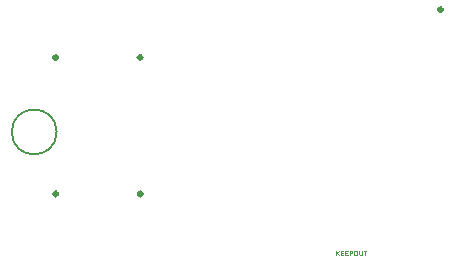
<source format=gbr>
%TF.GenerationSoftware,KiCad,Pcbnew,8.0.7*%
%TF.CreationDate,2024-12-17T15:38:31+01:00*%
%TF.ProjectId,CM5_MINIMA,434d355f-4d49-44e4-994d-412e6b696361,rev?*%
%TF.SameCoordinates,Original*%
%TF.FileFunction,Other,Comment*%
%FSLAX46Y46*%
G04 Gerber Fmt 4.6, Leading zero omitted, Abs format (unit mm)*
G04 Created by KiCad (PCBNEW 8.0.7) date 2024-12-17 15:38:31*
%MOMM*%
%LPD*%
G01*
G04 APERTURE LIST*
%ADD10C,0.070000*%
%ADD11C,0.300000*%
%ADD12C,0.150000*%
G04 APERTURE END LIST*
D10*
X28041904Y13653593D02*
X28041904Y14053593D01*
X28270475Y13653593D02*
X28099046Y13882164D01*
X28270475Y14053593D02*
X28041904Y13825021D01*
X28441904Y13863117D02*
X28575237Y13863117D01*
X28632380Y13653593D02*
X28441904Y13653593D01*
X28441904Y13653593D02*
X28441904Y14053593D01*
X28441904Y14053593D02*
X28632380Y14053593D01*
X28803809Y13863117D02*
X28937142Y13863117D01*
X28994285Y13653593D02*
X28803809Y13653593D01*
X28803809Y13653593D02*
X28803809Y14053593D01*
X28803809Y14053593D02*
X28994285Y14053593D01*
X29165714Y13653593D02*
X29165714Y14053593D01*
X29165714Y14053593D02*
X29318095Y14053593D01*
X29318095Y14053593D02*
X29356190Y14034545D01*
X29356190Y14034545D02*
X29375237Y14015498D01*
X29375237Y14015498D02*
X29394285Y13977402D01*
X29394285Y13977402D02*
X29394285Y13920260D01*
X29394285Y13920260D02*
X29375237Y13882164D01*
X29375237Y13882164D02*
X29356190Y13863117D01*
X29356190Y13863117D02*
X29318095Y13844069D01*
X29318095Y13844069D02*
X29165714Y13844069D01*
X29641904Y14053593D02*
X29718095Y14053593D01*
X29718095Y14053593D02*
X29756190Y14034545D01*
X29756190Y14034545D02*
X29794285Y13996450D01*
X29794285Y13996450D02*
X29813333Y13920260D01*
X29813333Y13920260D02*
X29813333Y13786926D01*
X29813333Y13786926D02*
X29794285Y13710736D01*
X29794285Y13710736D02*
X29756190Y13672640D01*
X29756190Y13672640D02*
X29718095Y13653593D01*
X29718095Y13653593D02*
X29641904Y13653593D01*
X29641904Y13653593D02*
X29603809Y13672640D01*
X29603809Y13672640D02*
X29565714Y13710736D01*
X29565714Y13710736D02*
X29546666Y13786926D01*
X29546666Y13786926D02*
X29546666Y13920260D01*
X29546666Y13920260D02*
X29565714Y13996450D01*
X29565714Y13996450D02*
X29603809Y14034545D01*
X29603809Y14034545D02*
X29641904Y14053593D01*
X29984762Y14053593D02*
X29984762Y13729783D01*
X29984762Y13729783D02*
X30003809Y13691688D01*
X30003809Y13691688D02*
X30022857Y13672640D01*
X30022857Y13672640D02*
X30060952Y13653593D01*
X30060952Y13653593D02*
X30137143Y13653593D01*
X30137143Y13653593D02*
X30175238Y13672640D01*
X30175238Y13672640D02*
X30194285Y13691688D01*
X30194285Y13691688D02*
X30213333Y13729783D01*
X30213333Y13729783D02*
X30213333Y14053593D01*
X30346667Y14053593D02*
X30575238Y14053593D01*
X30460952Y13653593D02*
X30460952Y14053593D01*
D11*
%TO.C,U502*%
X37000000Y34450000D02*
G75*
G02*
X36700000Y34450000I-150000J0D01*
G01*
X36700000Y34450000D02*
G75*
G02*
X37000000Y34450000I150000J0D01*
G01*
D12*
%TO.C,H101*%
X4350000Y24100000D02*
G75*
G02*
X550000Y24100000I-1900000J0D01*
G01*
X550000Y24100000D02*
G75*
G02*
X4350000Y24100000I1900000J0D01*
G01*
D11*
%TO.C,J101*%
X4420000Y30400000D02*
G75*
G02*
X4120000Y30400000I-150000J0D01*
G01*
X4120000Y30400000D02*
G75*
G02*
X4420000Y30400000I150000J0D01*
G01*
X11580000Y30400000D02*
G75*
G02*
X11280000Y30400000I-150000J0D01*
G01*
X11280000Y30400000D02*
G75*
G02*
X11580000Y30400000I150000J0D01*
G01*
%TO.C,USB701*%
X4420000Y18850000D02*
G75*
G02*
X4120000Y18850000I-150000J0D01*
G01*
X4120000Y18850000D02*
G75*
G02*
X4420000Y18850000I150000J0D01*
G01*
X11580000Y18850000D02*
G75*
G02*
X11280000Y18850000I-150000J0D01*
G01*
X11280000Y18850000D02*
G75*
G02*
X11580000Y18850000I150000J0D01*
G01*
%TD*%
M02*

</source>
